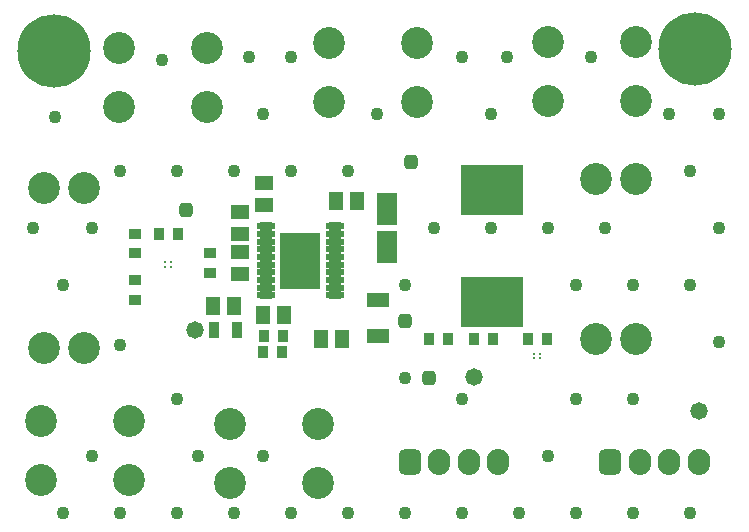
<source format=gts>
G04*
G04 #@! TF.GenerationSoftware,Altium Limited,Altium Designer,20.2.4 (192)*
G04*
G04 Layer_Color=8388736*
%FSLAX25Y25*%
%MOIN*%
G70*
G04*
G04 #@! TF.SameCoordinates,55D3972F-6CA8-4F6D-9BD0-9A26AD12B5B1*
G04*
G04*
G04 #@! TF.FilePolarity,Negative*
G04*
G01*
G75*
%ADD24R,0.01000X0.01000*%
%ADD26R,0.07690X0.05131*%
G04:AMPARAMS|DCode=27|XSize=47.37mil|YSize=47.37mil|CornerRadius=13.84mil|HoleSize=0mil|Usage=FLASHONLY|Rotation=90.000|XOffset=0mil|YOffset=0mil|HoleType=Round|Shape=RoundedRectangle|*
%AMROUNDEDRECTD27*
21,1,0.04737,0.01968,0,0,90.0*
21,1,0.01968,0.04737,0,0,90.0*
1,1,0.02769,0.00984,0.00984*
1,1,0.02769,0.00984,-0.00984*
1,1,0.02769,-0.00984,-0.00984*
1,1,0.02769,-0.00984,0.00984*
%
%ADD27ROUNDEDRECTD27*%
%ADD28R,0.04147X0.03556*%
%ADD29R,0.03556X0.04147*%
%ADD30R,0.04737X0.06115*%
%ADD31R,0.03753X0.05721*%
%ADD32R,0.06115X0.04737*%
%ADD33R,0.13202X0.18517*%
%ADD34O,0.06312X0.02572*%
%ADD35R,0.07099X0.10642*%
%ADD36R,0.20879X0.16548*%
%ADD37C,0.10642*%
%ADD38O,0.07493X0.08674*%
G04:AMPARAMS|DCode=39|XSize=74.93mil|YSize=86.74mil|CornerRadius=20.73mil|HoleSize=0mil|Usage=FLASHONLY|Rotation=0.000|XOffset=0mil|YOffset=0mil|HoleType=Round|Shape=RoundedRectangle|*
%AMROUNDEDRECTD39*
21,1,0.07493,0.04528,0,0,0.0*
21,1,0.03347,0.08674,0,0,0.0*
1,1,0.04146,0.01673,-0.02264*
1,1,0.04146,-0.01673,-0.02264*
1,1,0.04146,-0.01673,0.02264*
1,1,0.04146,0.01673,0.02264*
%
%ADD39ROUNDEDRECTD39*%
%ADD40C,0.24422*%
%ADD41C,0.04343*%
%ADD42C,0.05800*%
%ADD43C,0.02769*%
D24*
X357000Y330500D02*
D03*
Y329000D02*
D03*
X359000Y330500D02*
D03*
Y329000D02*
D03*
X480000Y298500D02*
D03*
Y300000D02*
D03*
X482000Y298500D02*
D03*
Y300000D02*
D03*
D26*
X428000Y305996D02*
D03*
Y318004D02*
D03*
D27*
X445000Y292000D02*
D03*
X439000Y364000D02*
D03*
X437000Y311000D02*
D03*
X364000Y348000D02*
D03*
D28*
X347000Y324496D02*
D03*
Y318000D02*
D03*
X372000Y327000D02*
D03*
Y333496D02*
D03*
X347000Y333504D02*
D03*
Y340000D02*
D03*
D29*
X361248D02*
D03*
X354752D02*
D03*
X389504Y300504D02*
D03*
X396000D02*
D03*
X389752Y306000D02*
D03*
X396248D02*
D03*
X451248Y305000D02*
D03*
X444752D02*
D03*
X459752D02*
D03*
X466248D02*
D03*
X484248Y305000D02*
D03*
X477752D02*
D03*
D30*
X380000Y316000D02*
D03*
X372716D02*
D03*
X389358Y313000D02*
D03*
X396642D02*
D03*
X416000Y305000D02*
D03*
X408717D02*
D03*
X413717Y351000D02*
D03*
X421000D02*
D03*
D31*
X373063Y308000D02*
D03*
X380937D02*
D03*
D32*
X382000Y326716D02*
D03*
Y334000D02*
D03*
Y347284D02*
D03*
Y340000D02*
D03*
X390000Y349716D02*
D03*
Y357000D02*
D03*
D33*
X402000Y331000D02*
D03*
D34*
X413614Y319484D02*
D03*
Y322043D02*
D03*
Y324602D02*
D03*
Y327162D02*
D03*
Y329721D02*
D03*
Y332280D02*
D03*
Y334839D02*
D03*
Y337398D02*
D03*
Y339957D02*
D03*
Y342516D02*
D03*
X390386Y319484D02*
D03*
Y322043D02*
D03*
Y324602D02*
D03*
Y327162D02*
D03*
Y329721D02*
D03*
Y332280D02*
D03*
Y334839D02*
D03*
Y337398D02*
D03*
Y339957D02*
D03*
Y342516D02*
D03*
D35*
X431000Y335701D02*
D03*
Y348299D02*
D03*
D36*
X466000Y317299D02*
D03*
Y354701D02*
D03*
D37*
X484512Y404000D02*
D03*
X514000D02*
D03*
X484512Y384315D02*
D03*
X514000D02*
D03*
X341512Y402000D02*
D03*
X371000D02*
D03*
X341512Y382315D02*
D03*
X371000D02*
D03*
X345000Y258000D02*
D03*
X315512D02*
D03*
X345000Y277685D02*
D03*
X315512D02*
D03*
X411512Y403685D02*
D03*
X441000D02*
D03*
X411512Y384000D02*
D03*
X441000D02*
D03*
X408000Y257000D02*
D03*
X378512D02*
D03*
X408000Y276685D02*
D03*
X378512D02*
D03*
X316614Y355150D02*
D03*
X330000D02*
D03*
X316614Y302000D02*
D03*
X330000D02*
D03*
X500614Y305000D02*
D03*
X514000D02*
D03*
X500614Y358150D02*
D03*
X514000D02*
D03*
D38*
X468000Y264000D02*
D03*
X458157D02*
D03*
X448315D02*
D03*
X534843D02*
D03*
X525000D02*
D03*
X515158D02*
D03*
D39*
X438472D02*
D03*
X505315D02*
D03*
D40*
X533500Y401500D02*
D03*
X320000Y401000D02*
D03*
D41*
X368000Y266000D02*
D03*
X437000Y292000D02*
D03*
X525000Y380000D02*
D03*
X356000Y398000D02*
D03*
X499000Y399000D02*
D03*
X471000D02*
D03*
X385000D02*
D03*
X320277Y379047D02*
D03*
X312943Y342064D02*
D03*
X402000Y332000D02*
D03*
X342000Y303000D02*
D03*
X541500Y380000D02*
D03*
X532000Y361000D02*
D03*
X541500Y342000D02*
D03*
X532000Y323000D02*
D03*
X541500Y304000D02*
D03*
X532000Y247000D02*
D03*
X513000Y323000D02*
D03*
Y285000D02*
D03*
Y247000D02*
D03*
X503500Y342000D02*
D03*
X494000Y323000D02*
D03*
Y285000D02*
D03*
Y247000D02*
D03*
X484500Y342000D02*
D03*
Y266000D02*
D03*
X475000Y247000D02*
D03*
X456000Y399000D02*
D03*
X465500Y380000D02*
D03*
Y342000D02*
D03*
X456000Y285000D02*
D03*
Y247000D02*
D03*
X446500Y342000D02*
D03*
X437000Y323000D02*
D03*
Y247000D02*
D03*
X427500Y380000D02*
D03*
X418000Y361000D02*
D03*
Y247000D02*
D03*
X399000Y399000D02*
D03*
Y361000D02*
D03*
Y247000D02*
D03*
X389500Y380000D02*
D03*
X380000Y361000D02*
D03*
X389500Y266000D02*
D03*
X380000Y247000D02*
D03*
X361000Y361000D02*
D03*
Y285000D02*
D03*
Y247000D02*
D03*
X342000Y361000D02*
D03*
Y247000D02*
D03*
X332500Y342000D02*
D03*
X323000Y323000D02*
D03*
X332500Y266000D02*
D03*
X323000Y247000D02*
D03*
D42*
X367000Y308000D02*
D03*
X535000Y281000D02*
D03*
X459752Y292248D02*
D03*
D43*
X397669Y337496D02*
D03*
X406331Y324504D02*
D03*
X397669D02*
D03*
X406331Y337496D02*
D03*
M02*

</source>
